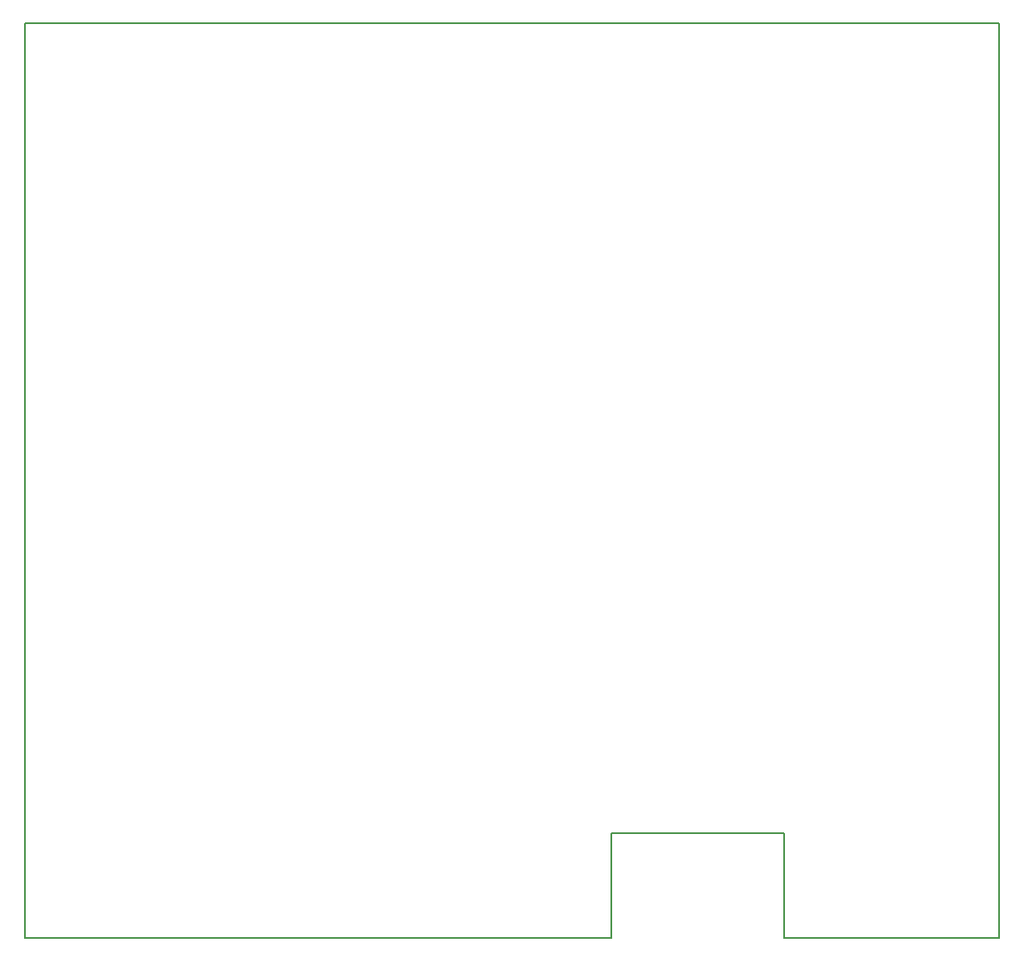
<source format=gbr>
G04 #@! TF.FileFunction,Profile,NP*
%FSLAX46Y46*%
G04 Gerber Fmt 4.6, Leading zero omitted, Abs format (unit mm)*
G04 Created by KiCad (PCBNEW 4.0.6) date Wed May 10 11:08:12 2017*
%MOMM*%
%LPD*%
G01*
G04 APERTURE LIST*
%ADD10C,0.101600*%
%ADD11C,0.150000*%
G04 APERTURE END LIST*
D10*
D11*
X87693500Y-120170000D02*
X30000000Y-120170000D01*
X104775000Y-120170000D02*
X125890000Y-120170000D01*
X87693500Y-109791500D02*
X87693500Y-120170000D01*
X104775000Y-109791500D02*
X87693500Y-109791500D01*
X104775000Y-120170000D02*
X104775000Y-109791500D01*
X30000000Y-120170000D02*
X30000000Y-30000000D01*
X125890000Y-30000000D02*
X125890000Y-120170000D01*
X30000000Y-30000000D02*
X125890000Y-30000000D01*
M02*

</source>
